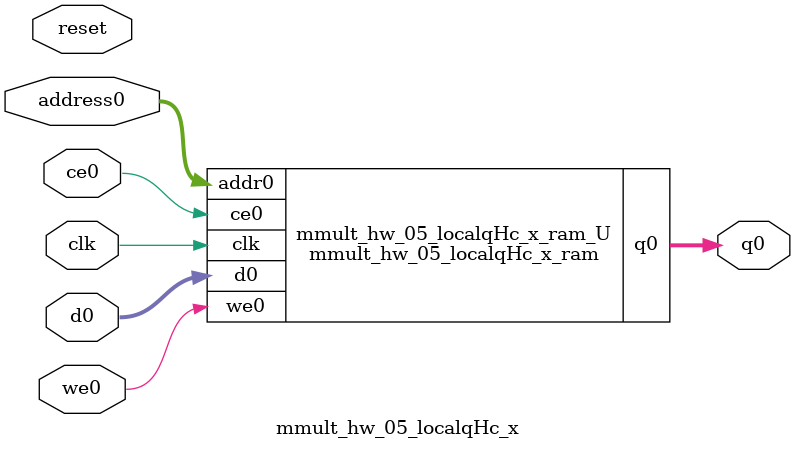
<source format=v>
`timescale 1 ns / 1 ps
module mmult_hw_05_localqHc_x_ram (addr0, ce0, d0, we0, q0,  clk);

parameter DWIDTH = 32;
parameter AWIDTH = 18;
parameter MEM_SIZE = 262144;

input[AWIDTH-1:0] addr0;
input ce0;
input[DWIDTH-1:0] d0;
input we0;
output reg[DWIDTH-1:0] q0;
input clk;

(* ram_style = "block" *)reg [DWIDTH-1:0] ram[0:MEM_SIZE-1];




always @(posedge clk)  
begin 
    if (ce0) begin
        if (we0) 
            ram[addr0] <= d0; 
        q0 <= ram[addr0];
    end
end


endmodule

`timescale 1 ns / 1 ps
module mmult_hw_05_localqHc_x(
    reset,
    clk,
    address0,
    ce0,
    we0,
    d0,
    q0);

parameter DataWidth = 32'd32;
parameter AddressRange = 32'd262144;
parameter AddressWidth = 32'd18;
input reset;
input clk;
input[AddressWidth - 1:0] address0;
input ce0;
input we0;
input[DataWidth - 1:0] d0;
output[DataWidth - 1:0] q0;



mmult_hw_05_localqHc_x_ram mmult_hw_05_localqHc_x_ram_U(
    .clk( clk ),
    .addr0( address0 ),
    .ce0( ce0 ),
    .we0( we0 ),
    .d0( d0 ),
    .q0( q0 ));

endmodule


</source>
